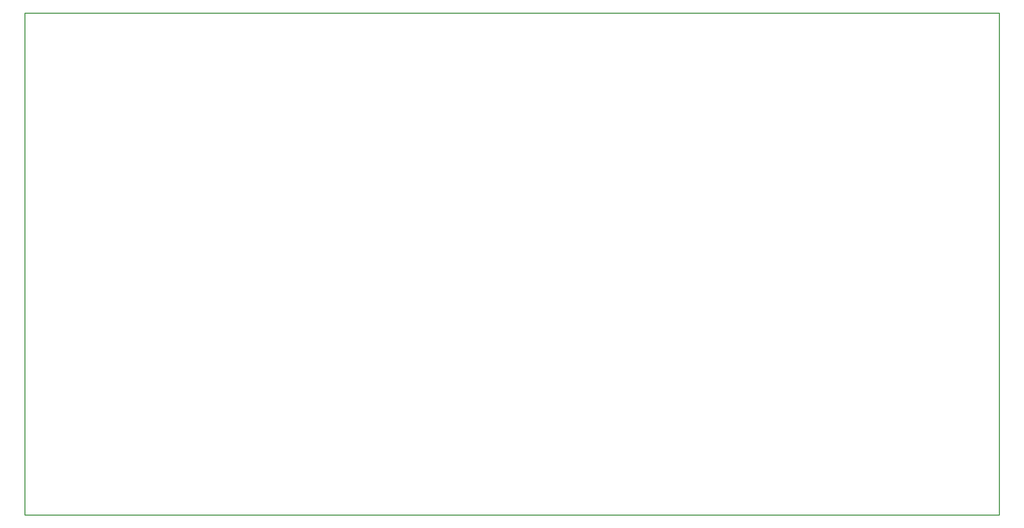
<source format=gbr>
G04 #@! TF.GenerationSoftware,KiCad,Pcbnew,(5.1.6)-1*
G04 #@! TF.CreationDate,2020-10-03T13:12:01+07:00*
G04 #@! TF.ProjectId,automata,6175746f-6d61-4746-912e-6b696361645f,4*
G04 #@! TF.SameCoordinates,Original*
G04 #@! TF.FileFunction,Profile,NP*
%FSLAX46Y46*%
G04 Gerber Fmt 4.6, Leading zero omitted, Abs format (unit mm)*
G04 Created by KiCad (PCBNEW (5.1.6)-1) date 2020-10-03 13:12:01*
%MOMM*%
%LPD*%
G01*
G04 APERTURE LIST*
G04 #@! TA.AperFunction,Profile*
%ADD10C,0.254000*%
G04 #@! TD*
G04 APERTURE END LIST*
D10*
X24765000Y-158750000D02*
X24765000Y-31750000D01*
X271145000Y-158750000D02*
X24765000Y-158750000D01*
X271145000Y-31750000D02*
X271145000Y-158750000D01*
X24765000Y-31750000D02*
X271145000Y-31750000D01*
M02*

</source>
